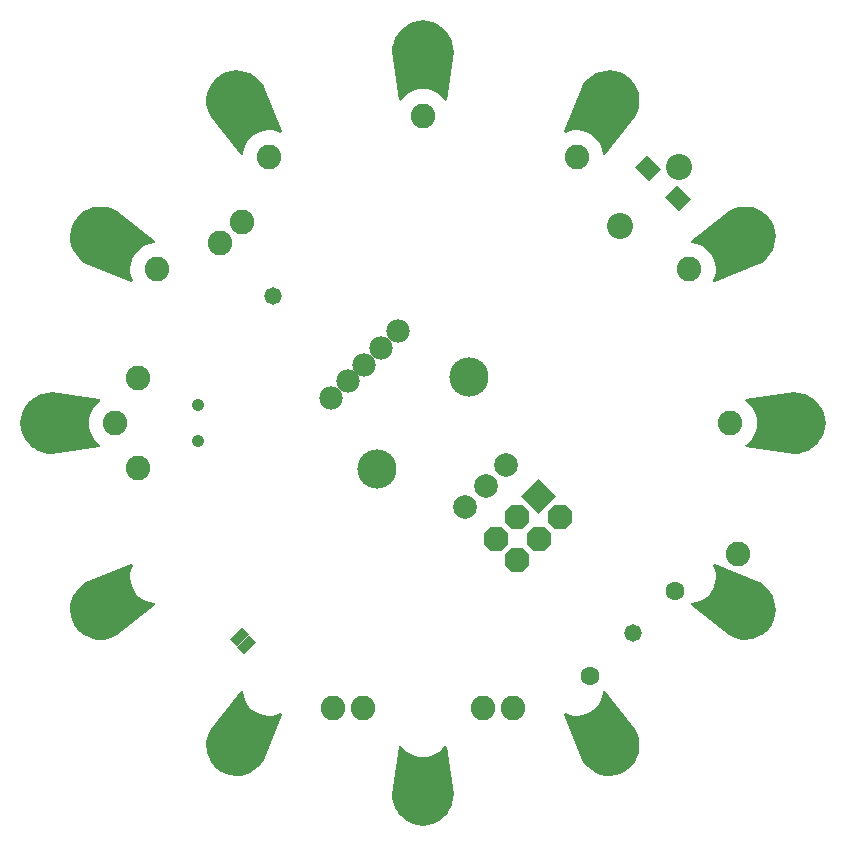
<source format=gbr>
G04 EAGLE Gerber RS-274X export*
G75*
%MOMM*%
%FSLAX34Y34*%
%LPD*%
%INSoldermask Bottom*%
%IPPOS*%
%AMOC8*
5,1,8,0,0,1.08239X$1,22.5*%
G01*
%ADD10C,4.267200*%
%ADD11C,1.603200*%
%ADD12C,1.053200*%
%ADD13C,1.473200*%
%ADD14C,2.203200*%
%ADD15R,2.082800X2.082800*%
%ADD16P,2.254402X8X247.500000*%
%ADD17C,2.082800*%
%ADD18C,2.003200*%
%ADD19C,1.981200*%
%ADD20C,3.319200*%
%ADD21R,0.838200X1.473200*%
%ADD22C,1.311200*%

G36*
X-153367Y226822D02*
X-153367Y226822D01*
X-153228Y226834D01*
X-153226Y226834D01*
X-153224Y226834D01*
X-153096Y226884D01*
X-152962Y226935D01*
X-152960Y226936D01*
X-152959Y226937D01*
X-152847Y227022D01*
X-152735Y227107D01*
X-152734Y227108D01*
X-152732Y227109D01*
X-152648Y227223D01*
X-152565Y227334D01*
X-152564Y227336D01*
X-152563Y227337D01*
X-152557Y227354D01*
X-152464Y227600D01*
X-152462Y227631D01*
X-152453Y227655D01*
X-152283Y228670D01*
X-152283Y228671D01*
X-152112Y229685D01*
X-152112Y229686D01*
X-151941Y230701D01*
X-151852Y231231D01*
X-150715Y234589D01*
X-149056Y237722D01*
X-146920Y240551D01*
X-144359Y243002D01*
X-141441Y245015D01*
X-138239Y246536D01*
X-134835Y247527D01*
X-131317Y247963D01*
X-127775Y247833D01*
X-124298Y247139D01*
X-120900Y245872D01*
X-120899Y245871D01*
X-120897Y245871D01*
X-120758Y245841D01*
X-120623Y245811D01*
X-120621Y245811D01*
X-120619Y245810D01*
X-120478Y245820D01*
X-120339Y245829D01*
X-120337Y245830D01*
X-120335Y245830D01*
X-120204Y245878D01*
X-120071Y245925D01*
X-120070Y245926D01*
X-120068Y245927D01*
X-119957Y246008D01*
X-119841Y246092D01*
X-119840Y246093D01*
X-119838Y246095D01*
X-119753Y246204D01*
X-119666Y246316D01*
X-119665Y246318D01*
X-119664Y246319D01*
X-119614Y246446D01*
X-119560Y246580D01*
X-119560Y246582D01*
X-119559Y246583D01*
X-119545Y246721D01*
X-119531Y246862D01*
X-119531Y246864D01*
X-119531Y246866D01*
X-119535Y246884D01*
X-119582Y247142D01*
X-119595Y247170D01*
X-119601Y247195D01*
X-134405Y284836D01*
X-134470Y284951D01*
X-134502Y285023D01*
X-136704Y288365D01*
X-136765Y288435D01*
X-136801Y288490D01*
X-139499Y291447D01*
X-139571Y291506D01*
X-139615Y291556D01*
X-142742Y294054D01*
X-142823Y294101D01*
X-142874Y294143D01*
X-146353Y296121D01*
X-146440Y296155D01*
X-146497Y296189D01*
X-150243Y297598D01*
X-150334Y297619D01*
X-150396Y297642D01*
X-154316Y298449D01*
X-154409Y298455D01*
X-154474Y298469D01*
X-158472Y298652D01*
X-158565Y298643D01*
X-158631Y298647D01*
X-162608Y298202D01*
X-162699Y298179D01*
X-162765Y298172D01*
X-166624Y297111D01*
X-166710Y297074D01*
X-166774Y297057D01*
X-170419Y295406D01*
X-170523Y295340D01*
X-170591Y295306D01*
X-173844Y292975D01*
X-173912Y292910D01*
X-173966Y292872D01*
X-176815Y290061D01*
X-176871Y289986D01*
X-176919Y289940D01*
X-179293Y286718D01*
X-179337Y286636D01*
X-179377Y286583D01*
X-181217Y283029D01*
X-181248Y282940D01*
X-181279Y282882D01*
X-182541Y279084D01*
X-182557Y278992D01*
X-182579Y278929D01*
X-183231Y274981D01*
X-183233Y274887D01*
X-183244Y274822D01*
X-183271Y270820D01*
X-183258Y270727D01*
X-183259Y270661D01*
X-182659Y266704D01*
X-182632Y266614D01*
X-182623Y266549D01*
X-181412Y262735D01*
X-181371Y262650D01*
X-181352Y262587D01*
X-179558Y259009D01*
X-179483Y258900D01*
X-179445Y258832D01*
X-154249Y227191D01*
X-154247Y227189D01*
X-154246Y227188D01*
X-154144Y227091D01*
X-154042Y226995D01*
X-154041Y226994D01*
X-154039Y226993D01*
X-153915Y226929D01*
X-153790Y226865D01*
X-153788Y226864D01*
X-153786Y226863D01*
X-153648Y226837D01*
X-153511Y226809D01*
X-153509Y226810D01*
X-153507Y226809D01*
X-153367Y226822D01*
G37*
G36*
X-270727Y-183258D02*
X-270727Y-183258D01*
X-270661Y-183259D01*
X-266704Y-182659D01*
X-266614Y-182632D01*
X-266549Y-182623D01*
X-262735Y-181412D01*
X-262650Y-181371D01*
X-262587Y-181352D01*
X-259009Y-179558D01*
X-258900Y-179483D01*
X-258832Y-179445D01*
X-227191Y-154249D01*
X-227189Y-154247D01*
X-227188Y-154246D01*
X-227093Y-154146D01*
X-226995Y-154042D01*
X-226994Y-154041D01*
X-226993Y-154039D01*
X-226929Y-153915D01*
X-226865Y-153790D01*
X-226864Y-153788D01*
X-226863Y-153786D01*
X-226837Y-153648D01*
X-226809Y-153511D01*
X-226810Y-153509D01*
X-226809Y-153507D01*
X-226822Y-153367D01*
X-226834Y-153228D01*
X-226834Y-153226D01*
X-226834Y-153224D01*
X-226884Y-153096D01*
X-226935Y-152962D01*
X-226936Y-152960D01*
X-226937Y-152959D01*
X-227022Y-152847D01*
X-227107Y-152735D01*
X-227108Y-152734D01*
X-227109Y-152732D01*
X-227223Y-152648D01*
X-227334Y-152565D01*
X-227336Y-152564D01*
X-227337Y-152563D01*
X-227354Y-152557D01*
X-227600Y-152464D01*
X-227631Y-152462D01*
X-227655Y-152453D01*
X-231231Y-151852D01*
X-234589Y-150715D01*
X-237722Y-149056D01*
X-240551Y-146920D01*
X-243002Y-144359D01*
X-245015Y-141441D01*
X-246536Y-138239D01*
X-247527Y-134835D01*
X-247963Y-131317D01*
X-247833Y-127775D01*
X-247139Y-124298D01*
X-245872Y-120900D01*
X-245871Y-120899D01*
X-245871Y-120897D01*
X-245841Y-120758D01*
X-245811Y-120623D01*
X-245811Y-120621D01*
X-245810Y-120619D01*
X-245820Y-120481D01*
X-245829Y-120339D01*
X-245830Y-120337D01*
X-245830Y-120335D01*
X-245878Y-120204D01*
X-245925Y-120071D01*
X-245926Y-120070D01*
X-245927Y-120068D01*
X-246008Y-119957D01*
X-246092Y-119841D01*
X-246093Y-119840D01*
X-246095Y-119838D01*
X-246205Y-119753D01*
X-246316Y-119666D01*
X-246318Y-119665D01*
X-246319Y-119664D01*
X-246446Y-119614D01*
X-246580Y-119560D01*
X-246582Y-119560D01*
X-246583Y-119559D01*
X-246722Y-119545D01*
X-246862Y-119531D01*
X-246864Y-119531D01*
X-246866Y-119531D01*
X-246884Y-119535D01*
X-247142Y-119582D01*
X-247170Y-119595D01*
X-247195Y-119601D01*
X-284836Y-134405D01*
X-284951Y-134470D01*
X-285023Y-134502D01*
X-288365Y-136704D01*
X-288435Y-136765D01*
X-288490Y-136801D01*
X-291447Y-139499D01*
X-291506Y-139571D01*
X-291556Y-139615D01*
X-294054Y-142742D01*
X-294101Y-142823D01*
X-294143Y-142874D01*
X-296121Y-146353D01*
X-296155Y-146440D01*
X-296189Y-146497D01*
X-297598Y-150243D01*
X-297619Y-150334D01*
X-297642Y-150396D01*
X-298449Y-154316D01*
X-298455Y-154409D01*
X-298469Y-154474D01*
X-298652Y-158472D01*
X-298643Y-158565D01*
X-298647Y-158631D01*
X-298202Y-162608D01*
X-298179Y-162699D01*
X-298172Y-162765D01*
X-297111Y-166624D01*
X-297074Y-166710D01*
X-297057Y-166774D01*
X-295406Y-170419D01*
X-295340Y-170523D01*
X-295306Y-170591D01*
X-292975Y-173844D01*
X-292910Y-173912D01*
X-292872Y-173966D01*
X-290061Y-176815D01*
X-289986Y-176871D01*
X-289940Y-176919D01*
X-286718Y-179293D01*
X-286636Y-179337D01*
X-286583Y-179377D01*
X-283029Y-181217D01*
X-282940Y-181248D01*
X-282882Y-181279D01*
X-279084Y-182541D01*
X-278992Y-182557D01*
X-278929Y-182579D01*
X-274981Y-183231D01*
X-274887Y-183233D01*
X-274822Y-183244D01*
X-270820Y-183271D01*
X-270727Y-183258D01*
G37*
G36*
X158565Y-298643D02*
X158565Y-298643D01*
X158631Y-298647D01*
X162608Y-298202D01*
X162699Y-298179D01*
X162765Y-298172D01*
X166624Y-297111D01*
X166710Y-297074D01*
X166774Y-297057D01*
X170419Y-295406D01*
X170523Y-295340D01*
X170591Y-295306D01*
X173844Y-292975D01*
X173912Y-292910D01*
X173966Y-292872D01*
X176815Y-290061D01*
X176871Y-289986D01*
X176919Y-289940D01*
X179293Y-286718D01*
X179337Y-286636D01*
X179377Y-286583D01*
X181217Y-283029D01*
X181248Y-282940D01*
X181279Y-282882D01*
X182541Y-279084D01*
X182557Y-278992D01*
X182579Y-278929D01*
X182815Y-277501D01*
X182815Y-277500D01*
X183231Y-274981D01*
X183233Y-274887D01*
X183244Y-274822D01*
X183271Y-270820D01*
X183258Y-270727D01*
X183259Y-270661D01*
X182659Y-266704D01*
X182632Y-266614D01*
X182623Y-266549D01*
X181412Y-262735D01*
X181371Y-262650D01*
X181352Y-262587D01*
X179558Y-259009D01*
X179483Y-258900D01*
X179445Y-258832D01*
X154249Y-227191D01*
X154247Y-227189D01*
X154246Y-227188D01*
X154144Y-227091D01*
X154042Y-226995D01*
X154041Y-226994D01*
X154039Y-226993D01*
X153915Y-226929D01*
X153790Y-226865D01*
X153788Y-226864D01*
X153786Y-226863D01*
X153648Y-226837D01*
X153511Y-226809D01*
X153509Y-226810D01*
X153507Y-226809D01*
X153367Y-226822D01*
X153228Y-226834D01*
X153226Y-226834D01*
X153224Y-226834D01*
X153096Y-226884D01*
X152962Y-226935D01*
X152960Y-226936D01*
X152959Y-226937D01*
X152847Y-227022D01*
X152735Y-227107D01*
X152734Y-227108D01*
X152732Y-227109D01*
X152648Y-227223D01*
X152565Y-227334D01*
X152564Y-227336D01*
X152563Y-227337D01*
X152557Y-227354D01*
X152464Y-227600D01*
X152462Y-227631D01*
X152453Y-227655D01*
X152323Y-228433D01*
X152322Y-228433D01*
X152152Y-229448D01*
X151981Y-230463D01*
X151981Y-230464D01*
X151852Y-231231D01*
X150715Y-234589D01*
X149056Y-237722D01*
X146920Y-240551D01*
X144359Y-243002D01*
X141441Y-245015D01*
X138239Y-246536D01*
X134835Y-247527D01*
X131317Y-247963D01*
X127775Y-247833D01*
X124298Y-247139D01*
X120900Y-245872D01*
X120899Y-245871D01*
X120897Y-245871D01*
X120758Y-245841D01*
X120623Y-245811D01*
X120621Y-245811D01*
X120619Y-245810D01*
X120478Y-245820D01*
X120339Y-245829D01*
X120337Y-245830D01*
X120335Y-245830D01*
X120204Y-245878D01*
X120071Y-245925D01*
X120070Y-245926D01*
X120068Y-245927D01*
X119957Y-246008D01*
X119841Y-246092D01*
X119840Y-246093D01*
X119838Y-246095D01*
X119753Y-246205D01*
X119666Y-246316D01*
X119665Y-246318D01*
X119664Y-246319D01*
X119614Y-246446D01*
X119560Y-246580D01*
X119560Y-246582D01*
X119559Y-246583D01*
X119545Y-246722D01*
X119531Y-246862D01*
X119531Y-246864D01*
X119531Y-246866D01*
X119535Y-246884D01*
X119582Y-247142D01*
X119595Y-247170D01*
X119601Y-247195D01*
X134405Y-284836D01*
X134470Y-284951D01*
X134502Y-285023D01*
X136704Y-288365D01*
X136765Y-288435D01*
X136801Y-288490D01*
X139499Y-291447D01*
X139571Y-291506D01*
X139615Y-291556D01*
X142742Y-294054D01*
X142823Y-294101D01*
X142874Y-294143D01*
X146353Y-296121D01*
X146440Y-296155D01*
X146497Y-296189D01*
X150243Y-297598D01*
X150334Y-297619D01*
X150396Y-297642D01*
X154316Y-298449D01*
X154409Y-298455D01*
X154474Y-298469D01*
X158472Y-298652D01*
X158565Y-298643D01*
G37*
G36*
X246864Y119531D02*
X246864Y119531D01*
X246866Y119531D01*
X246884Y119535D01*
X247142Y119582D01*
X247170Y119595D01*
X247195Y119601D01*
X284836Y134405D01*
X284951Y134470D01*
X285023Y134502D01*
X288365Y136704D01*
X288435Y136765D01*
X288490Y136801D01*
X291447Y139499D01*
X291506Y139571D01*
X291556Y139615D01*
X294054Y142742D01*
X294101Y142823D01*
X294143Y142874D01*
X296121Y146353D01*
X296155Y146440D01*
X296189Y146497D01*
X297598Y150243D01*
X297619Y150334D01*
X297642Y150396D01*
X298449Y154316D01*
X298455Y154409D01*
X298469Y154474D01*
X298652Y158472D01*
X298643Y158565D01*
X298647Y158631D01*
X298202Y162608D01*
X298179Y162699D01*
X298172Y162765D01*
X297111Y166624D01*
X297074Y166710D01*
X297057Y166774D01*
X295406Y170419D01*
X295340Y170523D01*
X295306Y170591D01*
X292975Y173844D01*
X292910Y173912D01*
X292872Y173966D01*
X290061Y176815D01*
X289986Y176871D01*
X289940Y176919D01*
X286718Y179293D01*
X286636Y179337D01*
X286583Y179377D01*
X283029Y181217D01*
X282940Y181248D01*
X282882Y181279D01*
X279084Y182541D01*
X278992Y182557D01*
X278929Y182579D01*
X274981Y183231D01*
X274887Y183233D01*
X274822Y183244D01*
X270820Y183271D01*
X270727Y183258D01*
X270661Y183259D01*
X266704Y182659D01*
X266614Y182632D01*
X266549Y182623D01*
X262735Y181412D01*
X262650Y181371D01*
X262587Y181352D01*
X259009Y179558D01*
X258900Y179483D01*
X258832Y179445D01*
X227191Y154249D01*
X227189Y154247D01*
X227188Y154246D01*
X227091Y154144D01*
X226995Y154042D01*
X226994Y154041D01*
X226993Y154039D01*
X226929Y153915D01*
X226865Y153790D01*
X226864Y153788D01*
X226863Y153786D01*
X226837Y153648D01*
X226809Y153511D01*
X226810Y153509D01*
X226809Y153507D01*
X226822Y153367D01*
X226834Y153228D01*
X226834Y153226D01*
X226834Y153224D01*
X226884Y153096D01*
X226935Y152962D01*
X226936Y152960D01*
X226937Y152959D01*
X227022Y152847D01*
X227107Y152735D01*
X227108Y152734D01*
X227109Y152732D01*
X227223Y152648D01*
X227334Y152565D01*
X227336Y152564D01*
X227337Y152563D01*
X227354Y152557D01*
X227600Y152464D01*
X227631Y152462D01*
X227655Y152453D01*
X231231Y151852D01*
X234589Y150715D01*
X237722Y149056D01*
X240551Y146920D01*
X243002Y144359D01*
X245015Y141441D01*
X246536Y138239D01*
X247527Y134835D01*
X247963Y131317D01*
X247833Y127775D01*
X247139Y124298D01*
X245872Y120900D01*
X245871Y120899D01*
X245871Y120897D01*
X245841Y120758D01*
X245811Y120623D01*
X245811Y120621D01*
X245810Y120619D01*
X245820Y120478D01*
X245829Y120339D01*
X245830Y120337D01*
X245830Y120335D01*
X245878Y120204D01*
X245925Y120071D01*
X245926Y120070D01*
X245927Y120068D01*
X246008Y119957D01*
X246092Y119841D01*
X246093Y119840D01*
X246095Y119838D01*
X246205Y119753D01*
X246316Y119666D01*
X246318Y119665D01*
X246319Y119664D01*
X246446Y119614D01*
X246580Y119560D01*
X246582Y119560D01*
X246583Y119559D01*
X246722Y119545D01*
X246862Y119531D01*
X246864Y119531D01*
G37*
G36*
X-154474Y-298469D02*
X-154474Y-298469D01*
X-154382Y-298452D01*
X-154316Y-298449D01*
X-150396Y-297643D01*
X-150308Y-297611D01*
X-150243Y-297599D01*
X-146497Y-296189D01*
X-146415Y-296144D01*
X-146353Y-296121D01*
X-142874Y-294143D01*
X-142800Y-294086D01*
X-142742Y-294054D01*
X-139615Y-291556D01*
X-139551Y-291488D01*
X-139499Y-291447D01*
X-136801Y-288490D01*
X-136748Y-288413D01*
X-136703Y-288365D01*
X-134502Y-285023D01*
X-134456Y-284926D01*
X-134424Y-284879D01*
X-134418Y-284857D01*
X-134405Y-284836D01*
X-119601Y-247195D01*
X-119600Y-247193D01*
X-119599Y-247191D01*
X-119566Y-247051D01*
X-119535Y-246918D01*
X-119535Y-246916D01*
X-119534Y-246914D01*
X-119541Y-246778D01*
X-119548Y-246634D01*
X-119549Y-246632D01*
X-119549Y-246630D01*
X-119593Y-246503D01*
X-119639Y-246365D01*
X-119641Y-246363D01*
X-119641Y-246362D01*
X-119718Y-246252D01*
X-119802Y-246132D01*
X-119804Y-246130D01*
X-119805Y-246129D01*
X-119912Y-246042D01*
X-120023Y-245953D01*
X-120025Y-245952D01*
X-120026Y-245951D01*
X-120158Y-245896D01*
X-120285Y-245842D01*
X-120287Y-245842D01*
X-120288Y-245841D01*
X-120429Y-245825D01*
X-120567Y-245808D01*
X-120569Y-245808D01*
X-120571Y-245808D01*
X-120588Y-245812D01*
X-120848Y-245854D01*
X-120875Y-245867D01*
X-120900Y-245872D01*
X-124298Y-247139D01*
X-127775Y-247833D01*
X-131317Y-247963D01*
X-134835Y-247527D01*
X-138239Y-246536D01*
X-141441Y-245015D01*
X-144359Y-243002D01*
X-146920Y-240551D01*
X-149056Y-237722D01*
X-150715Y-234589D01*
X-151852Y-231231D01*
X-152453Y-227655D01*
X-152454Y-227653D01*
X-152454Y-227651D01*
X-152498Y-227515D01*
X-152539Y-227384D01*
X-152540Y-227382D01*
X-152541Y-227380D01*
X-152620Y-227263D01*
X-152697Y-227147D01*
X-152698Y-227146D01*
X-152699Y-227144D01*
X-152808Y-227054D01*
X-152914Y-226964D01*
X-152916Y-226963D01*
X-152917Y-226962D01*
X-153046Y-226905D01*
X-153173Y-226848D01*
X-153175Y-226847D01*
X-153177Y-226846D01*
X-153318Y-226827D01*
X-153455Y-226808D01*
X-153457Y-226808D01*
X-153459Y-226808D01*
X-153600Y-226828D01*
X-153736Y-226848D01*
X-153738Y-226849D01*
X-153740Y-226849D01*
X-153868Y-226907D01*
X-153996Y-226964D01*
X-153997Y-226965D01*
X-153999Y-226966D01*
X-154012Y-226978D01*
X-154213Y-227148D01*
X-154230Y-227174D01*
X-154249Y-227191D01*
X-179445Y-258832D01*
X-179512Y-258946D01*
X-179558Y-259009D01*
X-181351Y-262587D01*
X-181381Y-262676D01*
X-181383Y-262679D01*
X-181384Y-262681D01*
X-181384Y-262682D01*
X-181411Y-262735D01*
X-182623Y-266549D01*
X-182638Y-266641D01*
X-182659Y-266704D01*
X-183259Y-270661D01*
X-183260Y-270755D01*
X-183270Y-270820D01*
X-183244Y-274822D01*
X-183230Y-274914D01*
X-183230Y-274981D01*
X-182578Y-278929D01*
X-182550Y-279019D01*
X-182540Y-279084D01*
X-181278Y-282882D01*
X-181237Y-282966D01*
X-181217Y-283029D01*
X-179376Y-286583D01*
X-179322Y-286659D01*
X-179292Y-286718D01*
X-176919Y-289940D01*
X-176853Y-290007D01*
X-176814Y-290061D01*
X-173966Y-292872D01*
X-173891Y-292928D01*
X-173844Y-292975D01*
X-170591Y-295306D01*
X-170482Y-295363D01*
X-170419Y-295406D01*
X-166774Y-297057D01*
X-166684Y-297084D01*
X-166624Y-297111D01*
X-162765Y-298172D01*
X-162672Y-298184D01*
X-162608Y-298203D01*
X-158631Y-298647D01*
X-158538Y-298644D01*
X-158472Y-298652D01*
X-154474Y-298469D01*
G37*
G36*
X-246775Y119541D02*
X-246775Y119541D01*
X-246634Y119548D01*
X-246632Y119549D01*
X-246630Y119549D01*
X-246503Y119593D01*
X-246365Y119639D01*
X-246363Y119641D01*
X-246362Y119641D01*
X-246251Y119719D01*
X-246132Y119802D01*
X-246130Y119804D01*
X-246129Y119805D01*
X-246042Y119912D01*
X-245953Y120023D01*
X-245952Y120025D01*
X-245951Y120026D01*
X-245896Y120158D01*
X-245842Y120285D01*
X-245842Y120287D01*
X-245841Y120288D01*
X-245825Y120429D01*
X-245808Y120567D01*
X-245808Y120569D01*
X-245808Y120571D01*
X-245812Y120588D01*
X-245854Y120848D01*
X-245867Y120875D01*
X-245872Y120900D01*
X-247139Y124298D01*
X-247833Y127775D01*
X-247963Y131317D01*
X-247527Y134835D01*
X-246536Y138239D01*
X-246469Y138381D01*
X-246468Y138381D01*
X-245986Y139396D01*
X-245986Y139397D01*
X-245504Y140412D01*
X-245022Y141427D01*
X-245021Y141427D01*
X-245015Y141441D01*
X-243002Y144359D01*
X-240551Y146920D01*
X-237722Y149056D01*
X-234589Y150715D01*
X-231231Y151852D01*
X-227655Y152453D01*
X-227653Y152454D01*
X-227651Y152454D01*
X-227515Y152498D01*
X-227384Y152539D01*
X-227382Y152540D01*
X-227380Y152541D01*
X-227263Y152620D01*
X-227147Y152697D01*
X-227146Y152698D01*
X-227144Y152699D01*
X-227054Y152808D01*
X-226964Y152914D01*
X-226963Y152916D01*
X-226962Y152917D01*
X-226905Y153046D01*
X-226848Y153173D01*
X-226847Y153175D01*
X-226846Y153177D01*
X-226827Y153318D01*
X-226808Y153455D01*
X-226808Y153457D01*
X-226808Y153459D01*
X-226828Y153600D01*
X-226848Y153736D01*
X-226849Y153738D01*
X-226849Y153740D01*
X-226905Y153864D01*
X-226964Y153996D01*
X-226965Y153997D01*
X-226966Y153999D01*
X-226978Y154012D01*
X-227148Y154213D01*
X-227174Y154230D01*
X-227191Y154249D01*
X-258832Y179445D01*
X-258946Y179512D01*
X-259009Y179558D01*
X-262587Y181351D01*
X-262656Y181375D01*
X-262715Y181405D01*
X-262725Y181407D01*
X-262735Y181411D01*
X-266549Y182623D01*
X-266641Y182638D01*
X-266704Y182659D01*
X-270661Y183259D01*
X-270755Y183260D01*
X-270820Y183270D01*
X-274822Y183244D01*
X-274914Y183230D01*
X-274981Y183230D01*
X-278929Y182578D01*
X-279019Y182550D01*
X-279084Y182540D01*
X-282882Y181278D01*
X-282966Y181237D01*
X-283029Y181217D01*
X-286583Y179376D01*
X-286659Y179322D01*
X-286718Y179292D01*
X-289940Y176919D01*
X-290007Y176853D01*
X-290061Y176814D01*
X-292872Y173966D01*
X-292928Y173891D01*
X-292975Y173844D01*
X-295306Y170591D01*
X-295363Y170482D01*
X-295406Y170419D01*
X-297057Y166774D01*
X-297084Y166684D01*
X-297111Y166624D01*
X-298172Y162765D01*
X-298184Y162672D01*
X-298203Y162608D01*
X-298647Y158631D01*
X-298644Y158538D01*
X-298652Y158472D01*
X-298469Y154474D01*
X-298452Y154382D01*
X-298449Y154316D01*
X-297643Y150396D01*
X-297611Y150308D01*
X-297599Y150243D01*
X-296189Y146497D01*
X-296144Y146415D01*
X-296121Y146353D01*
X-294143Y142874D01*
X-294086Y142800D01*
X-294054Y142742D01*
X-291556Y139615D01*
X-291488Y139551D01*
X-291447Y139499D01*
X-288490Y136801D01*
X-288413Y136748D01*
X-288365Y136703D01*
X-285023Y134502D01*
X-284903Y134445D01*
X-284836Y134405D01*
X-247195Y119601D01*
X-247193Y119600D01*
X-247191Y119599D01*
X-247051Y119566D01*
X-246918Y119535D01*
X-246916Y119535D01*
X-246914Y119534D01*
X-246775Y119541D01*
G37*
G36*
X4082Y-340618D02*
X4082Y-340618D01*
X4173Y-340596D01*
X4239Y-340590D01*
X8112Y-339580D01*
X8198Y-339544D01*
X8262Y-339527D01*
X11929Y-337924D01*
X12009Y-337874D01*
X12069Y-337848D01*
X15440Y-335691D01*
X15511Y-335630D01*
X15567Y-335595D01*
X18559Y-332936D01*
X18619Y-332865D01*
X18669Y-332821D01*
X21208Y-329728D01*
X21257Y-329648D01*
X21299Y-329597D01*
X23323Y-326144D01*
X23359Y-326058D01*
X23393Y-326001D01*
X24852Y-322274D01*
X24873Y-322183D01*
X24898Y-322122D01*
X25756Y-318213D01*
X25763Y-318120D01*
X25778Y-318055D01*
X26014Y-314060D01*
X26003Y-313928D01*
X26004Y-313849D01*
X20004Y-273849D01*
X20003Y-273848D01*
X20003Y-273846D01*
X19964Y-273715D01*
X19960Y-273703D01*
X19938Y-273617D01*
X19932Y-273607D01*
X19923Y-273577D01*
X19922Y-273575D01*
X19921Y-273573D01*
X19845Y-273456D01*
X19802Y-273389D01*
X19793Y-273373D01*
X19791Y-273371D01*
X19769Y-273338D01*
X19768Y-273336D01*
X19767Y-273335D01*
X19660Y-273242D01*
X19556Y-273150D01*
X19554Y-273149D01*
X19552Y-273148D01*
X19424Y-273089D01*
X19298Y-273030D01*
X19296Y-273029D01*
X19295Y-273028D01*
X19155Y-273007D01*
X19017Y-272985D01*
X19016Y-272985D01*
X19014Y-272985D01*
X18877Y-273002D01*
X18735Y-273020D01*
X18734Y-273021D01*
X18732Y-273021D01*
X18607Y-273075D01*
X18474Y-273132D01*
X18472Y-273133D01*
X18471Y-273134D01*
X18458Y-273145D01*
X18452Y-273149D01*
X18452Y-273150D01*
X18448Y-273153D01*
X18254Y-273312D01*
X18244Y-273325D01*
X18235Y-273333D01*
X18227Y-273345D01*
X18217Y-273354D01*
X15908Y-276150D01*
X13244Y-278489D01*
X10242Y-280373D01*
X6977Y-281755D01*
X3534Y-282598D01*
X0Y-282882D01*
X-3534Y-282598D01*
X-6977Y-281755D01*
X-10242Y-280373D01*
X-13244Y-278489D01*
X-15908Y-276150D01*
X-18217Y-273354D01*
X-18219Y-273352D01*
X-18220Y-273351D01*
X-18324Y-273256D01*
X-18396Y-273190D01*
X-18409Y-273178D01*
X-18427Y-273162D01*
X-18429Y-273161D01*
X-18430Y-273160D01*
X-18560Y-273096D01*
X-18682Y-273036D01*
X-18684Y-273036D01*
X-18685Y-273035D01*
X-18826Y-273010D01*
X-18962Y-272985D01*
X-18964Y-272986D01*
X-18965Y-272985D01*
X-19102Y-273000D01*
X-19244Y-273015D01*
X-19246Y-273015D01*
X-19248Y-273016D01*
X-19376Y-273068D01*
X-19508Y-273121D01*
X-19510Y-273122D01*
X-19511Y-273123D01*
X-19619Y-273208D01*
X-19732Y-273296D01*
X-19733Y-273298D01*
X-19734Y-273299D01*
X-19759Y-273333D01*
X-19763Y-273339D01*
X-19815Y-273412D01*
X-19898Y-273527D01*
X-19899Y-273529D01*
X-19900Y-273530D01*
X-19906Y-273547D01*
X-19910Y-273560D01*
X-19917Y-273570D01*
X-19940Y-273644D01*
X-19994Y-273794D01*
X-19996Y-273819D01*
X-20003Y-273841D01*
X-20003Y-273845D01*
X-20004Y-273849D01*
X-26004Y-313849D01*
X-26005Y-313982D01*
X-26013Y-314060D01*
X-25777Y-318055D01*
X-25759Y-318147D01*
X-25756Y-318213D01*
X-24898Y-322122D01*
X-24865Y-322210D01*
X-24851Y-322274D01*
X-23392Y-326001D01*
X-23347Y-326082D01*
X-23323Y-326144D01*
X-21299Y-329597D01*
X-21241Y-329670D01*
X-21208Y-329728D01*
X-18669Y-332821D01*
X-18600Y-332885D01*
X-18559Y-332936D01*
X-15567Y-335594D01*
X-15489Y-335646D01*
X-15440Y-335691D01*
X-12069Y-337848D01*
X-11984Y-337887D01*
X-11929Y-337923D01*
X-8262Y-339527D01*
X-8172Y-339552D01*
X-8112Y-339579D01*
X-4239Y-340590D01*
X-4146Y-340601D01*
X-4082Y-340618D01*
X-100Y-341010D01*
X23Y-341005D01*
X100Y-341010D01*
X4082Y-340618D01*
G37*
G36*
X274822Y-183244D02*
X274822Y-183244D01*
X274914Y-183230D01*
X274981Y-183230D01*
X278929Y-182578D01*
X279019Y-182550D01*
X279084Y-182540D01*
X282882Y-181278D01*
X282966Y-181237D01*
X283029Y-181217D01*
X286583Y-179376D01*
X286659Y-179322D01*
X286718Y-179292D01*
X289940Y-176919D01*
X290007Y-176853D01*
X290061Y-176814D01*
X292872Y-173966D01*
X292928Y-173891D01*
X292975Y-173844D01*
X295306Y-170591D01*
X295363Y-170482D01*
X295406Y-170419D01*
X297057Y-166774D01*
X297084Y-166684D01*
X297111Y-166624D01*
X298172Y-162765D01*
X298184Y-162672D01*
X298203Y-162608D01*
X298647Y-158631D01*
X298644Y-158538D01*
X298652Y-158472D01*
X298469Y-154474D01*
X298452Y-154382D01*
X298449Y-154316D01*
X297643Y-150396D01*
X297611Y-150308D01*
X297599Y-150243D01*
X296189Y-146497D01*
X296144Y-146415D01*
X296121Y-146353D01*
X294143Y-142874D01*
X294086Y-142800D01*
X294054Y-142742D01*
X291556Y-139615D01*
X291488Y-139551D01*
X291447Y-139499D01*
X288490Y-136801D01*
X288441Y-136767D01*
X288426Y-136754D01*
X288410Y-136745D01*
X288365Y-136703D01*
X285023Y-134502D01*
X284903Y-134445D01*
X284836Y-134405D01*
X247195Y-119601D01*
X247193Y-119600D01*
X247191Y-119599D01*
X247051Y-119566D01*
X246918Y-119535D01*
X246916Y-119535D01*
X246914Y-119534D01*
X246775Y-119541D01*
X246634Y-119548D01*
X246632Y-119549D01*
X246630Y-119549D01*
X246503Y-119593D01*
X246365Y-119639D01*
X246363Y-119641D01*
X246362Y-119641D01*
X246251Y-119719D01*
X246132Y-119802D01*
X246130Y-119804D01*
X246129Y-119805D01*
X246042Y-119912D01*
X245953Y-120023D01*
X245952Y-120025D01*
X245951Y-120026D01*
X245896Y-120158D01*
X245842Y-120285D01*
X245842Y-120287D01*
X245841Y-120288D01*
X245825Y-120429D01*
X245808Y-120567D01*
X245808Y-120569D01*
X245808Y-120571D01*
X245812Y-120588D01*
X245854Y-120848D01*
X245867Y-120875D01*
X245872Y-120900D01*
X247139Y-124298D01*
X247833Y-127775D01*
X247963Y-131317D01*
X247527Y-134835D01*
X246536Y-138239D01*
X246091Y-139176D01*
X245609Y-140191D01*
X245608Y-140191D01*
X245126Y-141206D01*
X245015Y-141441D01*
X243002Y-144359D01*
X240551Y-146920D01*
X237722Y-149056D01*
X234589Y-150715D01*
X231231Y-151852D01*
X227655Y-152453D01*
X227653Y-152454D01*
X227651Y-152454D01*
X227515Y-152498D01*
X227384Y-152539D01*
X227382Y-152540D01*
X227380Y-152541D01*
X227263Y-152620D01*
X227147Y-152697D01*
X227146Y-152698D01*
X227144Y-152699D01*
X227054Y-152808D01*
X226964Y-152914D01*
X226963Y-152916D01*
X226962Y-152917D01*
X226905Y-153046D01*
X226848Y-153173D01*
X226847Y-153175D01*
X226846Y-153177D01*
X226827Y-153318D01*
X226808Y-153455D01*
X226808Y-153457D01*
X226808Y-153459D01*
X226829Y-153602D01*
X226848Y-153736D01*
X226849Y-153738D01*
X226849Y-153740D01*
X226907Y-153868D01*
X226964Y-153996D01*
X226965Y-153997D01*
X226966Y-153999D01*
X226978Y-154012D01*
X227148Y-154213D01*
X227174Y-154230D01*
X227191Y-154249D01*
X258832Y-179445D01*
X258946Y-179512D01*
X259009Y-179558D01*
X262587Y-181351D01*
X262676Y-181381D01*
X262735Y-181411D01*
X266549Y-182623D01*
X266641Y-182638D01*
X266704Y-182659D01*
X270661Y-183259D01*
X270755Y-183260D01*
X270820Y-183270D01*
X274822Y-183244D01*
G37*
G36*
X153600Y226828D02*
X153600Y226828D01*
X153736Y226848D01*
X153738Y226849D01*
X153740Y226849D01*
X153868Y226907D01*
X153996Y226964D01*
X153997Y226965D01*
X153999Y226966D01*
X154012Y226978D01*
X154213Y227148D01*
X154230Y227174D01*
X154249Y227191D01*
X179445Y258832D01*
X179512Y258946D01*
X179558Y259009D01*
X181351Y262587D01*
X181381Y262676D01*
X181411Y262735D01*
X182623Y266549D01*
X182638Y266641D01*
X182659Y266704D01*
X183259Y270661D01*
X183260Y270755D01*
X183270Y270820D01*
X183244Y274822D01*
X183230Y274914D01*
X183230Y274981D01*
X182578Y278929D01*
X182550Y279019D01*
X182540Y279084D01*
X181278Y282882D01*
X181237Y282966D01*
X181217Y283029D01*
X179376Y286583D01*
X179322Y286659D01*
X179292Y286718D01*
X176919Y289940D01*
X176853Y290007D01*
X176814Y290061D01*
X173966Y292872D01*
X173891Y292928D01*
X173844Y292975D01*
X170591Y295306D01*
X170482Y295363D01*
X170419Y295406D01*
X166774Y297057D01*
X166684Y297084D01*
X166624Y297111D01*
X162765Y298172D01*
X162672Y298184D01*
X162608Y298203D01*
X158631Y298647D01*
X158538Y298644D01*
X158472Y298652D01*
X154474Y298469D01*
X154382Y298452D01*
X154316Y298449D01*
X150396Y297643D01*
X150308Y297611D01*
X150243Y297599D01*
X146497Y296189D01*
X146415Y296144D01*
X146353Y296121D01*
X142874Y294143D01*
X142800Y294086D01*
X142742Y294054D01*
X139615Y291556D01*
X139555Y291492D01*
X139538Y291478D01*
X139499Y291447D01*
X136801Y288490D01*
X136748Y288413D01*
X136703Y288365D01*
X134502Y285023D01*
X134445Y284903D01*
X134405Y284836D01*
X119601Y247195D01*
X119600Y247193D01*
X119599Y247191D01*
X119565Y247047D01*
X119535Y246918D01*
X119535Y246916D01*
X119534Y246914D01*
X119542Y246773D01*
X119548Y246634D01*
X119549Y246632D01*
X119549Y246630D01*
X119593Y246503D01*
X119639Y246365D01*
X119641Y246363D01*
X119641Y246362D01*
X119719Y246251D01*
X119802Y246132D01*
X119804Y246130D01*
X119805Y246129D01*
X119913Y246042D01*
X120023Y245953D01*
X120025Y245952D01*
X120026Y245951D01*
X120158Y245896D01*
X120285Y245842D01*
X120287Y245842D01*
X120288Y245841D01*
X120429Y245825D01*
X120567Y245808D01*
X120569Y245808D01*
X120571Y245808D01*
X120588Y245812D01*
X120848Y245854D01*
X120875Y245867D01*
X120900Y245872D01*
X124298Y247139D01*
X127775Y247833D01*
X131317Y247963D01*
X134835Y247527D01*
X138239Y246536D01*
X141441Y245015D01*
X144359Y243002D01*
X146920Y240551D01*
X149056Y237722D01*
X150715Y234589D01*
X151852Y231231D01*
X152453Y227655D01*
X152454Y227653D01*
X152454Y227651D01*
X152498Y227515D01*
X152539Y227384D01*
X152540Y227382D01*
X152541Y227380D01*
X152620Y227263D01*
X152697Y227147D01*
X152698Y227146D01*
X152699Y227144D01*
X152808Y227054D01*
X152914Y226964D01*
X152916Y226963D01*
X152917Y226962D01*
X153046Y226905D01*
X153173Y226848D01*
X153175Y226847D01*
X153177Y226846D01*
X153318Y226827D01*
X153455Y226808D01*
X153457Y226808D01*
X153459Y226808D01*
X153600Y226828D01*
G37*
G36*
X-313928Y-26003D02*
X-313928Y-26003D01*
X-313849Y-26004D01*
X-273849Y-20004D01*
X-273848Y-20003D01*
X-273846Y-20003D01*
X-273715Y-19964D01*
X-273577Y-19923D01*
X-273575Y-19922D01*
X-273573Y-19921D01*
X-273456Y-19845D01*
X-273338Y-19769D01*
X-273336Y-19768D01*
X-273335Y-19767D01*
X-273242Y-19660D01*
X-273150Y-19556D01*
X-273149Y-19554D01*
X-273148Y-19552D01*
X-273089Y-19424D01*
X-273030Y-19298D01*
X-273029Y-19296D01*
X-273028Y-19295D01*
X-273007Y-19155D01*
X-272985Y-19017D01*
X-272985Y-19016D01*
X-272985Y-19014D01*
X-273002Y-18877D01*
X-273020Y-18735D01*
X-273021Y-18734D01*
X-273021Y-18732D01*
X-273075Y-18607D01*
X-273132Y-18474D01*
X-273133Y-18472D01*
X-273134Y-18471D01*
X-273145Y-18458D01*
X-273312Y-18254D01*
X-273337Y-18236D01*
X-273354Y-18217D01*
X-276150Y-15908D01*
X-278489Y-13244D01*
X-280373Y-10242D01*
X-281755Y-6977D01*
X-282598Y-3534D01*
X-282882Y0D01*
X-282598Y3534D01*
X-281755Y6977D01*
X-280373Y10242D01*
X-278489Y13244D01*
X-276150Y15908D01*
X-273354Y18217D01*
X-273352Y18219D01*
X-273351Y18220D01*
X-273256Y18324D01*
X-273162Y18427D01*
X-273161Y18429D01*
X-273160Y18430D01*
X-273097Y18559D01*
X-273036Y18682D01*
X-273036Y18684D01*
X-273035Y18685D01*
X-273010Y18824D01*
X-272985Y18962D01*
X-272986Y18964D01*
X-272985Y18965D01*
X-273000Y19102D01*
X-273015Y19244D01*
X-273015Y19246D01*
X-273016Y19248D01*
X-273068Y19376D01*
X-273121Y19508D01*
X-273122Y19510D01*
X-273123Y19511D01*
X-273208Y19619D01*
X-273296Y19732D01*
X-273298Y19733D01*
X-273299Y19734D01*
X-273412Y19815D01*
X-273527Y19898D01*
X-273529Y19899D01*
X-273530Y19900D01*
X-273547Y19906D01*
X-273794Y19994D01*
X-273825Y19996D01*
X-273849Y20004D01*
X-313849Y26004D01*
X-313982Y26005D01*
X-314060Y26013D01*
X-318055Y25777D01*
X-318147Y25759D01*
X-318213Y25756D01*
X-322122Y24898D01*
X-322210Y24865D01*
X-322274Y24851D01*
X-326001Y23392D01*
X-326082Y23347D01*
X-326144Y23323D01*
X-329597Y21299D01*
X-329670Y21241D01*
X-329728Y21208D01*
X-332821Y18669D01*
X-332885Y18600D01*
X-332936Y18559D01*
X-333151Y18316D01*
X-333152Y18316D01*
X-335594Y15567D01*
X-335646Y15489D01*
X-335691Y15440D01*
X-337848Y12069D01*
X-337872Y12016D01*
X-337891Y11988D01*
X-337897Y11968D01*
X-337923Y11929D01*
X-339527Y8262D01*
X-339552Y8172D01*
X-339579Y8112D01*
X-340590Y4239D01*
X-340601Y4146D01*
X-340618Y4082D01*
X-341010Y100D01*
X-341005Y-23D01*
X-341010Y-100D01*
X-340618Y-4082D01*
X-340596Y-4173D01*
X-340590Y-4239D01*
X-339580Y-8112D01*
X-339544Y-8198D01*
X-339527Y-8262D01*
X-337924Y-11929D01*
X-337874Y-12009D01*
X-337848Y-12069D01*
X-335691Y-15440D01*
X-335662Y-15474D01*
X-335656Y-15483D01*
X-335643Y-15496D01*
X-335630Y-15511D01*
X-335595Y-15567D01*
X-332936Y-18559D01*
X-332865Y-18619D01*
X-332821Y-18669D01*
X-329728Y-21208D01*
X-329648Y-21257D01*
X-329597Y-21299D01*
X-326144Y-23323D01*
X-326058Y-23359D01*
X-326001Y-23393D01*
X-322274Y-24852D01*
X-322183Y-24873D01*
X-322122Y-24898D01*
X-318213Y-25756D01*
X-318120Y-25763D01*
X-318055Y-25778D01*
X-314060Y-26014D01*
X-313928Y-26003D01*
G37*
G36*
X318055Y-25777D02*
X318055Y-25777D01*
X318147Y-25759D01*
X318213Y-25756D01*
X322122Y-24898D01*
X322210Y-24865D01*
X322274Y-24851D01*
X326001Y-23392D01*
X326082Y-23347D01*
X326144Y-23323D01*
X329597Y-21299D01*
X329670Y-21241D01*
X329728Y-21208D01*
X332821Y-18669D01*
X332876Y-18609D01*
X332924Y-18569D01*
X332925Y-18568D01*
X332936Y-18559D01*
X334731Y-16538D01*
X335594Y-15567D01*
X335646Y-15489D01*
X335691Y-15440D01*
X337848Y-12069D01*
X337887Y-11984D01*
X337923Y-11929D01*
X339527Y-8262D01*
X339552Y-8172D01*
X339579Y-8112D01*
X340590Y-4239D01*
X340601Y-4146D01*
X340618Y-4082D01*
X341010Y-100D01*
X341005Y23D01*
X341010Y100D01*
X340618Y4082D01*
X340596Y4173D01*
X340590Y4239D01*
X339580Y8112D01*
X339544Y8198D01*
X339527Y8262D01*
X337924Y11929D01*
X337874Y12009D01*
X337848Y12069D01*
X335691Y15440D01*
X335630Y15511D01*
X335595Y15567D01*
X332936Y18559D01*
X332865Y18619D01*
X332821Y18669D01*
X329728Y21208D01*
X329648Y21257D01*
X329597Y21299D01*
X326144Y23323D01*
X326058Y23359D01*
X326001Y23393D01*
X322274Y24852D01*
X322183Y24873D01*
X322122Y24898D01*
X318213Y25756D01*
X318120Y25763D01*
X318055Y25778D01*
X314060Y26014D01*
X313928Y26003D01*
X313849Y26004D01*
X273849Y20004D01*
X273848Y20003D01*
X273846Y20003D01*
X273715Y19964D01*
X273577Y19923D01*
X273575Y19922D01*
X273573Y19921D01*
X273456Y19845D01*
X273338Y19769D01*
X273336Y19768D01*
X273335Y19767D01*
X273242Y19660D01*
X273150Y19556D01*
X273149Y19554D01*
X273148Y19552D01*
X273089Y19424D01*
X273030Y19298D01*
X273029Y19296D01*
X273028Y19295D01*
X273007Y19155D01*
X272985Y19017D01*
X272985Y19016D01*
X272985Y19014D01*
X273002Y18877D01*
X273020Y18735D01*
X273021Y18734D01*
X273021Y18732D01*
X273075Y18607D01*
X273132Y18474D01*
X273133Y18472D01*
X273134Y18471D01*
X273145Y18458D01*
X273312Y18254D01*
X273337Y18236D01*
X273354Y18217D01*
X276150Y15908D01*
X278489Y13244D01*
X280373Y10242D01*
X281755Y6977D01*
X282598Y3534D01*
X282882Y0D01*
X282598Y-3534D01*
X281755Y-6977D01*
X280373Y-10242D01*
X278489Y-13244D01*
X276150Y-15908D01*
X273354Y-18217D01*
X273352Y-18219D01*
X273351Y-18220D01*
X273256Y-18324D01*
X273162Y-18427D01*
X273161Y-18429D01*
X273160Y-18430D01*
X273096Y-18560D01*
X273036Y-18682D01*
X273036Y-18684D01*
X273035Y-18685D01*
X273010Y-18826D01*
X272985Y-18962D01*
X272986Y-18964D01*
X272985Y-18965D01*
X273000Y-19102D01*
X273015Y-19244D01*
X273015Y-19246D01*
X273016Y-19248D01*
X273068Y-19376D01*
X273121Y-19508D01*
X273122Y-19510D01*
X273123Y-19511D01*
X273208Y-19619D01*
X273296Y-19732D01*
X273298Y-19733D01*
X273299Y-19734D01*
X273412Y-19815D01*
X273527Y-19898D01*
X273529Y-19899D01*
X273530Y-19900D01*
X273547Y-19906D01*
X273794Y-19994D01*
X273825Y-19996D01*
X273849Y-20004D01*
X313849Y-26004D01*
X313982Y-26005D01*
X314060Y-26013D01*
X318055Y-25777D01*
G37*
G36*
X-18877Y273002D02*
X-18877Y273002D01*
X-18735Y273020D01*
X-18734Y273021D01*
X-18732Y273021D01*
X-18607Y273075D01*
X-18474Y273132D01*
X-18472Y273133D01*
X-18471Y273134D01*
X-18458Y273145D01*
X-18254Y273312D01*
X-18236Y273337D01*
X-18217Y273354D01*
X-15908Y276150D01*
X-13244Y278489D01*
X-10242Y280373D01*
X-6977Y281755D01*
X-3534Y282598D01*
X0Y282882D01*
X3534Y282598D01*
X6977Y281755D01*
X10242Y280373D01*
X13244Y278489D01*
X15908Y276150D01*
X18217Y273354D01*
X18219Y273352D01*
X18220Y273351D01*
X18324Y273256D01*
X18427Y273162D01*
X18429Y273161D01*
X18430Y273160D01*
X18560Y273096D01*
X18682Y273036D01*
X18684Y273036D01*
X18685Y273035D01*
X18826Y273010D01*
X18962Y272985D01*
X18964Y272986D01*
X18965Y272985D01*
X19102Y273000D01*
X19244Y273015D01*
X19246Y273015D01*
X19248Y273016D01*
X19376Y273068D01*
X19508Y273121D01*
X19510Y273122D01*
X19511Y273123D01*
X19619Y273208D01*
X19732Y273296D01*
X19733Y273298D01*
X19734Y273299D01*
X19815Y273412D01*
X19898Y273527D01*
X19899Y273529D01*
X19900Y273530D01*
X19906Y273547D01*
X19994Y273794D01*
X19996Y273825D01*
X20004Y273849D01*
X26004Y313849D01*
X26005Y313982D01*
X26013Y314060D01*
X25777Y318055D01*
X25759Y318147D01*
X25756Y318213D01*
X24898Y322122D01*
X24865Y322210D01*
X24851Y322274D01*
X23392Y326001D01*
X23347Y326082D01*
X23323Y326144D01*
X21299Y329597D01*
X21241Y329670D01*
X21208Y329728D01*
X18669Y332821D01*
X18600Y332885D01*
X18559Y332936D01*
X15567Y335594D01*
X15489Y335646D01*
X15440Y335691D01*
X12069Y337848D01*
X11984Y337887D01*
X11929Y337923D01*
X8262Y339527D01*
X8172Y339552D01*
X8112Y339579D01*
X4239Y340590D01*
X4146Y340601D01*
X4082Y340618D01*
X100Y341010D01*
X9Y341007D01*
X-43Y341007D01*
X-100Y341010D01*
X-4082Y340618D01*
X-4173Y340596D01*
X-4239Y340590D01*
X-8112Y339580D01*
X-8198Y339544D01*
X-8262Y339527D01*
X-11929Y337924D01*
X-12009Y337874D01*
X-12069Y337848D01*
X-15440Y335691D01*
X-15511Y335630D01*
X-15567Y335595D01*
X-18559Y332936D01*
X-18619Y332865D01*
X-18669Y332821D01*
X-21208Y329728D01*
X-21257Y329648D01*
X-21299Y329597D01*
X-23323Y326144D01*
X-23359Y326058D01*
X-23393Y326001D01*
X-24852Y322274D01*
X-24873Y322183D01*
X-24898Y322122D01*
X-25756Y318213D01*
X-25763Y318120D01*
X-25778Y318055D01*
X-26014Y314060D01*
X-26003Y313928D01*
X-26004Y313849D01*
X-20004Y273849D01*
X-20003Y273848D01*
X-20003Y273846D01*
X-19964Y273715D01*
X-19923Y273577D01*
X-19922Y273575D01*
X-19921Y273573D01*
X-19845Y273456D01*
X-19769Y273338D01*
X-19768Y273336D01*
X-19767Y273335D01*
X-19660Y273242D01*
X-19556Y273150D01*
X-19554Y273149D01*
X-19552Y273148D01*
X-19424Y273089D01*
X-19298Y273030D01*
X-19296Y273029D01*
X-19295Y273028D01*
X-19155Y273007D01*
X-19017Y272985D01*
X-19016Y272985D01*
X-19014Y272985D01*
X-18877Y273002D01*
G37*
D10*
X-268240Y154850D03*
X154850Y268240D03*
X-154850Y-268240D03*
X154850Y-268240D03*
X0Y-309700D03*
X-309700Y0D03*
X-268240Y-154850D03*
X0Y309700D03*
X-154850Y268240D03*
X268240Y154850D03*
D11*
X141879Y-213721D03*
X213721Y-141879D03*
D12*
X-190500Y-15000D03*
X-190500Y15000D03*
D13*
X-127000Y107950D03*
D14*
X216551Y216551D03*
X167054Y167054D03*
D10*
X309700Y0D03*
X268240Y-154850D03*
D15*
G36*
X83153Y-61959D02*
X97880Y-47232D01*
X112607Y-61959D01*
X97880Y-76686D01*
X83153Y-61959D01*
G37*
D16*
X115841Y-79920D03*
X79920Y-79920D03*
X97880Y-97880D03*
X61959Y-97880D03*
X79920Y-115841D03*
D17*
X-171450Y152400D03*
X-153489Y170361D03*
X-241300Y-38100D03*
X-241300Y38100D03*
X0Y260350D03*
X130175Y225425D03*
X225425Y130175D03*
X260350Y0D03*
X266700Y-111125D03*
X76200Y-241300D03*
X50800Y-241300D03*
X-50800Y-241300D03*
X-76200Y-241300D03*
X-260350Y0D03*
X-225425Y130175D03*
X-130175Y225425D03*
D13*
X177800Y-177800D03*
D18*
X35355Y-70711D03*
X53033Y-53033D03*
X70711Y-35355D03*
D19*
X-49497Y49497D03*
X-63640Y35355D03*
D20*
X-39244Y-39244D03*
X39244Y39244D03*
D19*
X-35355Y63640D03*
X-77782Y21213D03*
X-21213Y77782D03*
D21*
G36*
X195927Y220890D02*
X201854Y214963D01*
X191437Y204546D01*
X185510Y210473D01*
X195927Y220890D01*
G37*
G36*
X189563Y227254D02*
X195490Y221327D01*
X185073Y210910D01*
X179146Y216837D01*
X189563Y227254D01*
G37*
G36*
X210473Y185510D02*
X204546Y191437D01*
X214963Y201854D01*
X220890Y195927D01*
X210473Y185510D01*
G37*
G36*
X216837Y179146D02*
X210910Y185073D01*
X221327Y195490D01*
X227254Y189563D01*
X216837Y179146D01*
G37*
G36*
X-157827Y-189140D02*
X-163754Y-183213D01*
X-153337Y-172796D01*
X-147410Y-178723D01*
X-157827Y-189140D01*
G37*
G36*
X-151463Y-195504D02*
X-157390Y-189577D01*
X-146973Y-179160D01*
X-141046Y-185087D01*
X-151463Y-195504D01*
G37*
D22*
X177800Y-177800D03*
X-127000Y107950D03*
M02*

</source>
